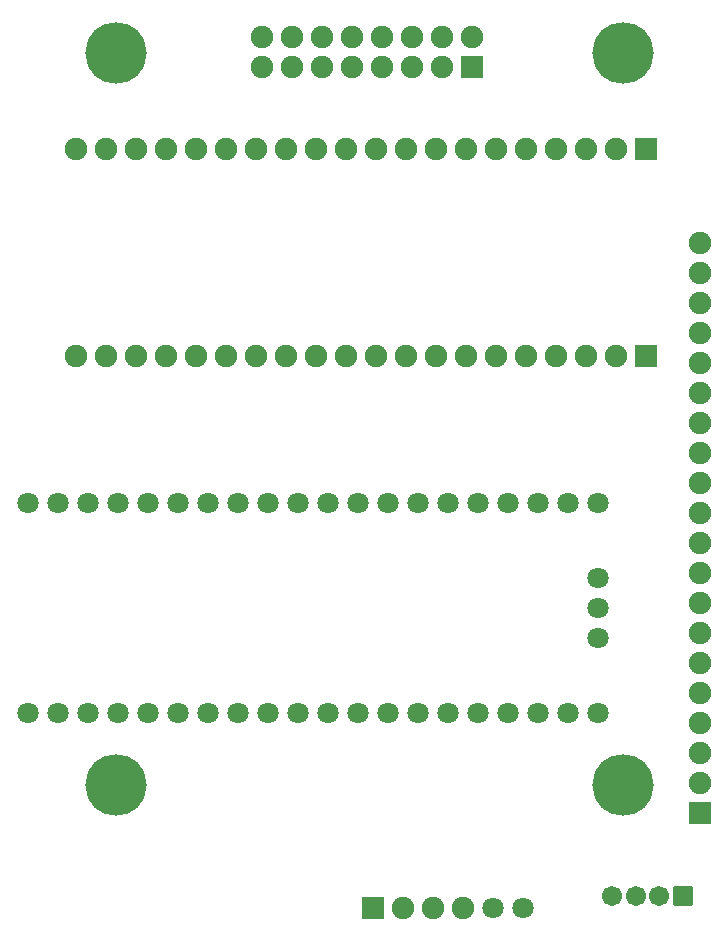
<source format=gts>
G04 Layer: TopSolderMaskLayer*
G04 EasyEDA v6.5.29, 2023-07-18 10:21:49*
G04 75acb9ef74904ca4b51824f4bde05f2a,5a6b42c53f6a479593ecc07194224c93,10*
G04 Gerber Generator version 0.2*
G04 Scale: 100 percent, Rotated: No, Reflected: No *
G04 Dimensions in millimeters *
G04 leading zeros omitted , absolute positions ,4 integer and 5 decimal *
%FSLAX45Y45*%
%MOMM*%

%AMMACRO1*1,1,$1,$2,$3*1,1,$1,$4,$5*1,1,$1,0-$2,0-$3*1,1,$1,0-$4,0-$5*20,1,$1,$2,$3,$4,$5,0*20,1,$1,$4,$5,0-$2,0-$3,0*20,1,$1,0-$2,0-$3,0-$4,0-$5,0*20,1,$1,0-$4,0-$5,$2,$3,0*4,1,4,$2,$3,$4,$5,0-$2,0-$3,0-$4,0-$5,$2,$3,0*%
%ADD10MACRO1,0.1016X0.9X0.9X-0.9X0.9*%
%ADD11C,1.9016*%
%ADD12MACRO1,0.1016X0.9X-0.85X-0.9X-0.85*%
%ADD13MACRO1,0.1016X-0.8X-0.8X0.8X-0.8*%
%ADD14C,1.7016*%
%ADD15MACRO1,0.1016X0.9X-0.9X-0.9X-0.9*%
%ADD16MACRO1,0.1016X-0.9X-0.9X-0.9X0.9*%
%ADD17C,5.2032*%
%ADD18C,1.8016*%

%LPD*%
D10*
G01*
X4013194Y8775682D03*
D11*
G01*
X4013200Y9029674D03*
G01*
X3759200Y8775674D03*
G01*
X3759200Y9029674D03*
G01*
X3505200Y8775674D03*
G01*
X3505200Y9029674D03*
G01*
X3251200Y8775674D03*
G01*
X3251200Y9029674D03*
G01*
X2997200Y8775674D03*
G01*
X2997200Y9029674D03*
G01*
X2743200Y8775674D03*
G01*
X2743200Y9029674D03*
G01*
X2489200Y8775674D03*
G01*
X2489200Y9029674D03*
G01*
X2235200Y8775674D03*
G01*
X2235200Y9029674D03*
G01*
X3937000Y1651000D03*
D12*
G01*
X3174989Y1650996D03*
D11*
G01*
X3429000Y1651000D03*
G01*
X3683000Y1651000D03*
D13*
G01*
X5799089Y1752597D03*
D14*
G01*
X5599074Y1752600D03*
G01*
X5399074Y1752600D03*
G01*
X5199075Y1752600D03*
D11*
G01*
X660400Y8077200D03*
D15*
G01*
X5486401Y8077202D03*
D11*
G01*
X5232400Y8077200D03*
G01*
X4978400Y8077200D03*
G01*
X4724400Y8077200D03*
G01*
X4470400Y8077200D03*
G01*
X4216400Y8077200D03*
G01*
X3962400Y8077200D03*
G01*
X3708400Y8077200D03*
G01*
X3454400Y8077200D03*
G01*
X3200400Y8077200D03*
G01*
X2946400Y8077200D03*
G01*
X2692400Y8077200D03*
G01*
X2438400Y8077200D03*
G01*
X2184400Y8077200D03*
G01*
X1930400Y8077200D03*
G01*
X1676400Y8077200D03*
G01*
X1422400Y8077200D03*
G01*
X1168400Y8077200D03*
G01*
X914400Y8077200D03*
G01*
X660400Y6324600D03*
D15*
G01*
X5486402Y6324605D03*
D11*
G01*
X5232400Y6324600D03*
G01*
X4978400Y6324600D03*
G01*
X4724400Y6324600D03*
G01*
X4470400Y6324600D03*
G01*
X4216400Y6324600D03*
G01*
X3962400Y6324600D03*
G01*
X3708400Y6324600D03*
G01*
X3454400Y6324600D03*
G01*
X3200400Y6324600D03*
G01*
X2946400Y6324600D03*
G01*
X2692400Y6324600D03*
G01*
X2438400Y6324600D03*
G01*
X2184400Y6324600D03*
G01*
X1930400Y6324600D03*
G01*
X1676400Y6324600D03*
G01*
X1422400Y6324600D03*
G01*
X1168400Y6324600D03*
G01*
X914400Y6324600D03*
G01*
X5939993Y7284186D03*
D16*
G01*
X5939984Y2458184D03*
D11*
G01*
X5939993Y2712186D03*
G01*
X5939993Y2966186D03*
G01*
X5939993Y3220186D03*
G01*
X5939993Y3474186D03*
G01*
X5939993Y3728186D03*
G01*
X5939993Y3982186D03*
G01*
X5939993Y4236186D03*
G01*
X5939993Y4490186D03*
G01*
X5939993Y4744186D03*
G01*
X5939993Y4998186D03*
G01*
X5939993Y5252186D03*
G01*
X5939993Y5506186D03*
G01*
X5939993Y5760186D03*
G01*
X5939993Y6014186D03*
G01*
X5939993Y6268186D03*
G01*
X5939993Y6522186D03*
G01*
X5939993Y6776186D03*
G01*
X5939993Y7030186D03*
D17*
G01*
X999693Y2699486D03*
G01*
X999693Y8890000D03*
G01*
X5294299Y8890000D03*
G01*
X5294299Y2699486D03*
D18*
G01*
X5079974Y4445000D03*
G01*
X5079974Y3937000D03*
G01*
X5079974Y4191000D03*
G01*
X5079974Y5080000D03*
G01*
X4825974Y5080000D03*
G01*
X4571974Y5080000D03*
G01*
X4317974Y5080000D03*
G01*
X4063974Y5080000D03*
G01*
X3809974Y5080000D03*
G01*
X3555974Y5080000D03*
G01*
X3301974Y5080000D03*
G01*
X3047974Y5080000D03*
G01*
X2793974Y5080000D03*
G01*
X2539974Y5080000D03*
G01*
X2285974Y5080000D03*
G01*
X2031974Y5080000D03*
G01*
X1778000Y5080000D03*
G01*
X1524000Y5080000D03*
G01*
X1270000Y5080000D03*
G01*
X1016000Y5080000D03*
G01*
X762000Y5080000D03*
G01*
X508000Y5080000D03*
G01*
X5079974Y3302000D03*
G01*
X4825974Y3302000D03*
G01*
X4571974Y3302000D03*
G01*
X4317974Y3302000D03*
G01*
X4063974Y3302000D03*
G01*
X3809974Y3302000D03*
G01*
X3555974Y3302000D03*
G01*
X3301974Y3302000D03*
G01*
X3047974Y3302000D03*
G01*
X2793974Y3302000D03*
G01*
X2539974Y3302000D03*
G01*
X2285974Y3302000D03*
G01*
X2031974Y3302000D03*
G01*
X1778000Y3302000D03*
G01*
X1524000Y3302000D03*
G01*
X1270000Y3302000D03*
G01*
X1016000Y3302000D03*
G01*
X762000Y3302000D03*
G01*
X508000Y3302000D03*
G01*
X254000Y5080000D03*
G01*
X254000Y3302000D03*
G01*
X4445000Y1651000D03*
G01*
X4191000Y1651000D03*
M02*

</source>
